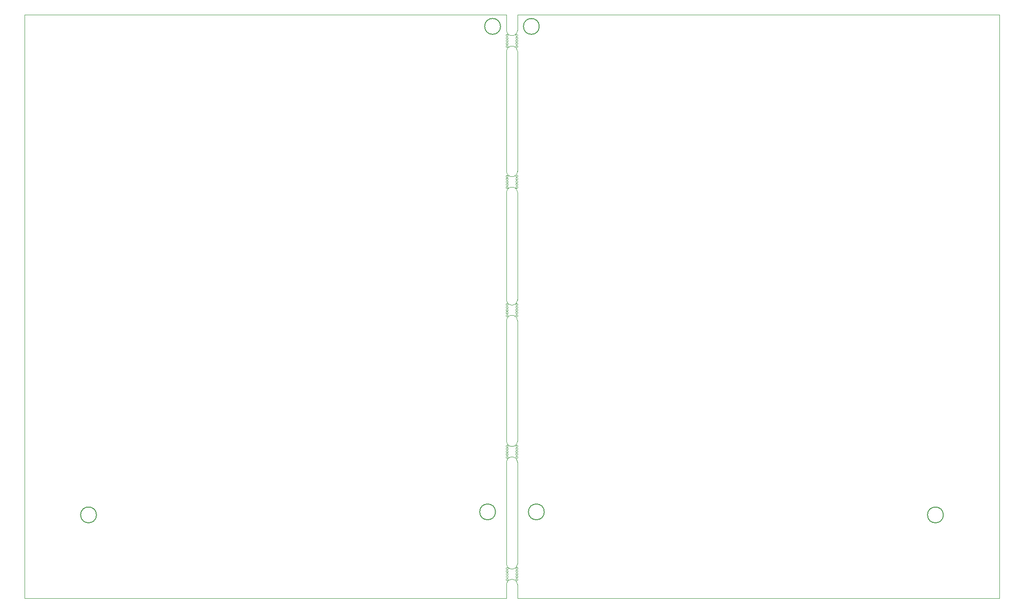
<source format=gm1>
G04 #@! TF.GenerationSoftware,KiCad,Pcbnew,(6.0.10)*
G04 #@! TF.CreationDate,2023-01-30T20:43:58+00:00*
G04 #@! TF.ProjectId,fjol-daisy,666a6f6c-2d64-4616-9973-792e6b696361,rev?*
G04 #@! TF.SameCoordinates,Original*
G04 #@! TF.FileFunction,Profile,NP*
%FSLAX46Y46*%
G04 Gerber Fmt 4.6, Leading zero omitted, Abs format (unit mm)*
G04 Created by KiCad (PCBNEW (6.0.10)) date 2023-01-30 20:43:58*
%MOMM*%
%LPD*%
G01*
G04 APERTURE LIST*
G04 #@! TA.AperFunction,Profile*
%ADD10C,0.150000*%
G04 #@! TD*
G04 #@! TA.AperFunction,Profile*
%ADD11C,0.050000*%
G04 #@! TD*
G04 APERTURE END LIST*
D10*
X181732838Y-53056780D02*
G75*
G03*
X181732838Y-53056780I-1500000J0D01*
G01*
X180788438Y-145121180D02*
G75*
G03*
X180788438Y-145121180I-1500000J0D01*
G01*
D11*
X182882933Y-135690438D02*
X182880000Y-154980000D01*
X185038494Y-157981506D02*
G75*
G03*
X185038494Y-157981506I-198494J0D01*
G01*
X184930411Y-108853821D02*
G75*
G03*
X182880000Y-108866691I-1025111J-21479D01*
G01*
X185018494Y-54743012D02*
G75*
G03*
X185018494Y-54743012I-198494J0D01*
G01*
X183181427Y-82023450D02*
G75*
G03*
X183181427Y-82023450I-198494J0D01*
G01*
X276243438Y-161506749D02*
X276243438Y-50838949D01*
X183178494Y-54770000D02*
G75*
G03*
X183178494Y-54770000I-198494J0D01*
G01*
X183178494Y-55813012D02*
G75*
G03*
X183178494Y-55813012I-198494J0D01*
G01*
X184933371Y-84524258D02*
X184930438Y-104913820D01*
X182882946Y-80550438D02*
G75*
G03*
X184933371Y-80554258I1025254J20338D01*
G01*
X184930487Y-158923819D02*
G75*
G03*
X182880000Y-158920000I-1025287J-21481D01*
G01*
X184930438Y-108853820D02*
X184930438Y-131720438D01*
X185021427Y-82516462D02*
G75*
G03*
X185021427Y-82516462I-198494J0D01*
G01*
X185038494Y-157421506D02*
G75*
G03*
X185038494Y-157421506I-198494J0D01*
G01*
X182880000Y-50835129D02*
X91567000Y-50835129D01*
X185018494Y-105803012D02*
G75*
G03*
X185018494Y-105803012I-198494J0D01*
G01*
X182880079Y-53819998D02*
G75*
G03*
X184930438Y-53823820I1025221J20298D01*
G01*
X185018494Y-106326024D02*
G75*
G03*
X185018494Y-106326024I-198494J0D01*
G01*
D10*
X265618719Y-145700000D02*
G75*
G03*
X265618719Y-145700000I-1500000J0D01*
G01*
D11*
X185018494Y-56306024D02*
G75*
G03*
X185018494Y-56306024I-198494J0D01*
G01*
D10*
X190022000Y-145125000D02*
G75*
G03*
X190022000Y-145125000I-1500000J0D01*
G01*
D11*
X185018494Y-107366024D02*
G75*
G03*
X185018494Y-107366024I-198494J0D01*
G01*
X91567000Y-161502929D02*
X182880000Y-161502929D01*
X185038494Y-155858494D02*
G75*
G03*
X185038494Y-155858494I-198494J0D01*
G01*
X184930438Y-161506749D02*
X184930438Y-158923820D01*
X183198494Y-157448494D02*
G75*
G03*
X183198494Y-157448494I-198494J0D01*
G01*
X183198494Y-155885482D02*
G75*
G03*
X183198494Y-155885482I-198494J0D01*
G01*
X183198494Y-156928494D02*
G75*
G03*
X183198494Y-156928494I-198494J0D01*
G01*
X183178494Y-105830000D02*
G75*
G03*
X183178494Y-105830000I-198494J0D01*
G01*
X182880099Y-131733306D02*
G75*
G03*
X184930438Y-131720438I1025001J33306D01*
G01*
X183181427Y-133193450D02*
G75*
G03*
X183181427Y-133193450I-198494J0D01*
G01*
X182880000Y-108866691D02*
X182880000Y-131733309D01*
X184933392Y-135694257D02*
G75*
G03*
X182882933Y-135690438I-1025292J-31543D01*
G01*
X185021427Y-133686462D02*
G75*
G03*
X185021427Y-133686462I-198494J0D01*
G01*
X185018494Y-55786024D02*
G75*
G03*
X185018494Y-55786024I-198494J0D01*
G01*
X182880000Y-57790000D02*
X182882933Y-80550438D01*
X183178494Y-106873012D02*
G75*
G03*
X183178494Y-106873012I-198494J0D01*
G01*
X182880023Y-154979999D02*
G75*
G03*
X184930438Y-154983820I1025277J35399D01*
G01*
D10*
X105191719Y-145696180D02*
G75*
G03*
X105191719Y-145696180I-1500000J0D01*
G01*
D11*
X185018494Y-106846024D02*
G75*
G03*
X185018494Y-106846024I-198494J0D01*
G01*
X184930438Y-57793820D02*
X184933371Y-80554258D01*
X185021427Y-83036462D02*
G75*
G03*
X185021427Y-83036462I-198494J0D01*
G01*
X185021427Y-132643450D02*
G75*
G03*
X185021427Y-132643450I-198494J0D01*
G01*
X183178494Y-106353012D02*
G75*
G03*
X183178494Y-106353012I-198494J0D01*
G01*
X185018494Y-56866024D02*
G75*
G03*
X185018494Y-56866024I-198494J0D01*
G01*
X91567000Y-50835129D02*
X91567000Y-161502929D01*
X183178494Y-56893012D02*
G75*
G03*
X183178494Y-56893012I-198494J0D01*
G01*
X183181427Y-82543450D02*
G75*
G03*
X183181427Y-82543450I-198494J0D01*
G01*
X183181427Y-81500438D02*
G75*
G03*
X183181427Y-81500438I-198494J0D01*
G01*
X183178494Y-56333012D02*
G75*
G03*
X183178494Y-56333012I-198494J0D01*
G01*
X183178494Y-55293012D02*
G75*
G03*
X183178494Y-55293012I-198494J0D01*
G01*
X183181427Y-133713450D02*
G75*
G03*
X183181427Y-133713450I-198494J0D01*
G01*
X184930438Y-50838949D02*
X184930438Y-53823820D01*
X184930438Y-161506749D02*
X276243438Y-161506749D01*
X185021427Y-133166462D02*
G75*
G03*
X185021427Y-133166462I-198494J0D01*
G01*
X182880000Y-161502929D02*
X182880000Y-158920000D01*
X183178494Y-107953012D02*
G75*
G03*
X183178494Y-107953012I-198494J0D01*
G01*
X276243438Y-50838949D02*
X184930438Y-50838949D01*
X185038494Y-156901506D02*
G75*
G03*
X185038494Y-156901506I-198494J0D01*
G01*
X185018494Y-55266024D02*
G75*
G03*
X185018494Y-55266024I-198494J0D01*
G01*
X185021427Y-81473450D02*
G75*
G03*
X185021427Y-81473450I-198494J0D01*
G01*
X183198494Y-156408494D02*
G75*
G03*
X183198494Y-156408494I-198494J0D01*
G01*
X184930525Y-57793817D02*
G75*
G03*
X182880000Y-57790000I-1025325J-31483D01*
G01*
X183181427Y-134233450D02*
G75*
G03*
X183181427Y-134233450I-198494J0D01*
G01*
X183181427Y-134793450D02*
G75*
G03*
X183181427Y-134793450I-198494J0D01*
G01*
X185021427Y-134206462D02*
G75*
G03*
X185021427Y-134206462I-198494J0D01*
G01*
X182880000Y-50835129D02*
X182880000Y-53820000D01*
X183178494Y-107393012D02*
G75*
G03*
X183178494Y-107393012I-198494J0D01*
G01*
X185021427Y-83596462D02*
G75*
G03*
X185021427Y-83596462I-198494J0D01*
G01*
X183181427Y-83063450D02*
G75*
G03*
X183181427Y-83063450I-198494J0D01*
G01*
X185038494Y-156381506D02*
G75*
G03*
X185038494Y-156381506I-198494J0D01*
G01*
X183198494Y-158008494D02*
G75*
G03*
X183198494Y-158008494I-198494J0D01*
G01*
X185021427Y-81996462D02*
G75*
G03*
X185021427Y-81996462I-198494J0D01*
G01*
X185021427Y-134766462D02*
G75*
G03*
X185021427Y-134766462I-198494J0D01*
G01*
X185018494Y-107926024D02*
G75*
G03*
X185018494Y-107926024I-198494J0D01*
G01*
X182880000Y-104910000D02*
X182882933Y-84520438D01*
X184930438Y-154983820D02*
X184933371Y-135694258D01*
X183181427Y-83623450D02*
G75*
G03*
X183181427Y-83623450I-198494J0D01*
G01*
D10*
X189077600Y-53060600D02*
G75*
G03*
X189077600Y-53060600I-1500000J0D01*
G01*
D11*
X183181427Y-132670438D02*
G75*
G03*
X183181427Y-132670438I-198494J0D01*
G01*
X182880061Y-104909998D02*
G75*
G03*
X184930438Y-104913820I1025239J25398D01*
G01*
X184933392Y-84524257D02*
G75*
G03*
X182882933Y-84520438I-1025292J-31543D01*
G01*
M02*

</source>
